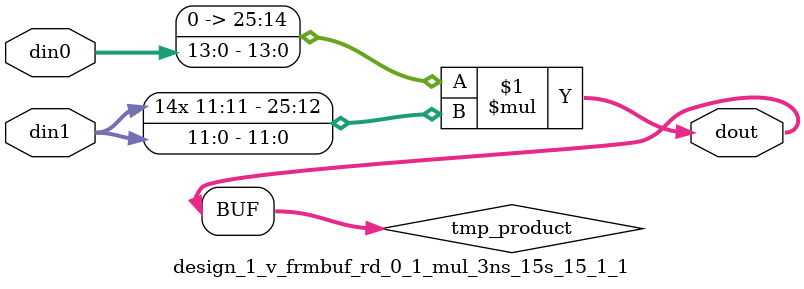
<source format=v>

`timescale 1 ns / 1 ps

  module design_1_v_frmbuf_rd_0_1_mul_3ns_15s_15_1_1(din0, din1, dout);
parameter ID = 1;
parameter NUM_STAGE = 0;
parameter din0_WIDTH = 14;
parameter din1_WIDTH = 12;
parameter dout_WIDTH = 26;

input [din0_WIDTH - 1 : 0] din0; 
input [din1_WIDTH - 1 : 0] din1; 
output [dout_WIDTH - 1 : 0] dout;

wire signed [dout_WIDTH - 1 : 0] tmp_product;











assign tmp_product = $signed({1'b0, din0}) * $signed(din1);










assign dout = tmp_product;







endmodule

</source>
